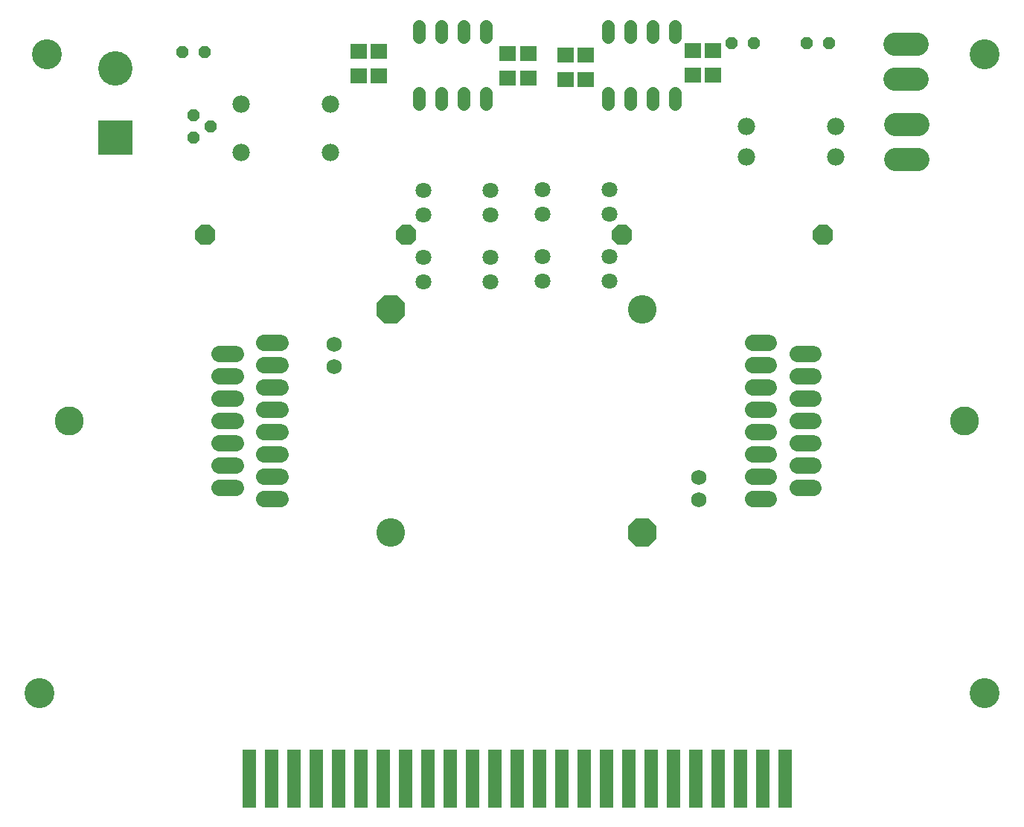
<source format=gbs>
G75*
G70*
%OFA0B0*%
%FSLAX24Y24*%
%IPPOS*%
%LPD*%
%AMOC8*
5,1,8,0,0,1.08239X$1,22.5*
%
%ADD10C,0.0749*%
%ADD11C,0.1044*%
%ADD12C,0.0709*%
%ADD13OC8,0.0560*%
%ADD14C,0.0780*%
%ADD15OC8,0.0900*%
%ADD16C,0.0690*%
%ADD17C,0.1280*%
%ADD18OC8,0.1280*%
%ADD19R,0.1540X0.1540*%
%ADD20C,0.1540*%
%ADD21C,0.1340*%
%ADD22R,0.0640X0.2590*%
%ADD23C,0.1300*%
%ADD24C,0.0560*%
%ADD25R,0.0749X0.0670*%
D10*
X012991Y016333D02*
X013700Y016333D01*
X013700Y017333D02*
X012991Y017333D01*
X012991Y018333D02*
X013700Y018333D01*
X013700Y019333D02*
X012991Y019333D01*
X012991Y020333D02*
X013700Y020333D01*
X013700Y021333D02*
X012991Y021333D01*
X012991Y022333D02*
X013700Y022333D01*
X013700Y023333D02*
X012991Y023333D01*
X011700Y022833D02*
X010991Y022833D01*
X010991Y021833D02*
X011700Y021833D01*
X011700Y020833D02*
X010991Y020833D01*
X010991Y019833D02*
X011700Y019833D01*
X011700Y018833D02*
X010991Y018833D01*
X010991Y017833D02*
X011700Y017833D01*
X011700Y016833D02*
X010991Y016833D01*
X034871Y017333D02*
X035580Y017333D01*
X035580Y016333D02*
X034871Y016333D01*
X036871Y016833D02*
X037580Y016833D01*
X037580Y017833D02*
X036871Y017833D01*
X036871Y018833D02*
X037580Y018833D01*
X037580Y019833D02*
X036871Y019833D01*
X036871Y020833D02*
X037580Y020833D01*
X037580Y021833D02*
X036871Y021833D01*
X036871Y022833D02*
X037580Y022833D01*
X035580Y023333D02*
X034871Y023333D01*
X034871Y022333D02*
X035580Y022333D01*
X035580Y021333D02*
X034871Y021333D01*
X034871Y020333D02*
X035580Y020333D01*
X035580Y019333D02*
X034871Y019333D01*
X034871Y018333D02*
X035580Y018333D01*
D11*
X041236Y031571D02*
X042240Y031571D01*
X042240Y033130D02*
X041236Y033130D01*
X041215Y035171D02*
X042219Y035171D01*
X042219Y036730D02*
X041215Y036730D01*
D12*
X028460Y030191D03*
X028460Y029091D03*
X028460Y027191D03*
X028460Y026091D03*
X025460Y026091D03*
X025460Y027191D03*
X025460Y029091D03*
X025460Y030191D03*
X023110Y030141D03*
X023110Y029041D03*
X023110Y027141D03*
X023110Y026041D03*
X020110Y026041D03*
X020110Y027141D03*
X020110Y029041D03*
X020110Y030141D03*
D13*
X010566Y033022D03*
X009816Y033522D03*
X009816Y032522D03*
X010316Y036368D03*
X009316Y036368D03*
X033922Y036762D03*
X034922Y036762D03*
X037269Y036762D03*
X038269Y036762D03*
D14*
X038588Y033022D03*
X038588Y031644D03*
X034588Y031644D03*
X034588Y033022D03*
X015950Y034006D03*
X015950Y031841D03*
X011950Y031841D03*
X011950Y034006D03*
D15*
X010360Y028141D03*
X019360Y028141D03*
X029010Y028141D03*
X038010Y028141D03*
D16*
X032460Y017291D03*
X032460Y016291D03*
X016110Y022241D03*
X016110Y023241D03*
D17*
X018660Y014833D03*
X029910Y024833D03*
D18*
X018660Y024833D03*
X029910Y014833D03*
D19*
X006325Y032515D03*
D20*
X006325Y035620D03*
D21*
X002910Y007628D03*
X003251Y036240D03*
X045249Y036240D03*
X045249Y007628D03*
D22*
X036304Y003800D03*
X035304Y003800D03*
X034304Y003800D03*
X033304Y003800D03*
X032304Y003800D03*
X031304Y003800D03*
X030304Y003800D03*
X029304Y003800D03*
X028304Y003800D03*
X027304Y003800D03*
X026304Y003800D03*
X025304Y003800D03*
X024304Y003800D03*
X023304Y003800D03*
X022304Y003800D03*
X021304Y003800D03*
X020304Y003800D03*
X019304Y003800D03*
X018304Y003800D03*
X017304Y003800D03*
X016304Y003800D03*
X015304Y003800D03*
X014304Y003800D03*
X013304Y003800D03*
X012304Y003800D03*
D23*
X004236Y019833D03*
X044335Y019833D03*
D24*
X031395Y034018D02*
X031395Y034538D01*
X030395Y034538D02*
X030395Y034018D01*
X029395Y034018D02*
X029395Y034538D01*
X028395Y034538D02*
X028395Y034018D01*
X028395Y037018D02*
X028395Y037538D01*
X029395Y037538D02*
X029395Y037018D01*
X030395Y037018D02*
X030395Y037538D01*
X031395Y037538D02*
X031395Y037018D01*
X022930Y037018D02*
X022930Y037538D01*
X021930Y037538D02*
X021930Y037018D01*
X020930Y037018D02*
X020930Y037538D01*
X019930Y037538D02*
X019930Y037018D01*
X019930Y034538D02*
X019930Y034018D01*
X020930Y034018D02*
X020930Y034538D01*
X021930Y034538D02*
X021930Y034018D01*
X022930Y034018D02*
X022930Y034538D01*
D25*
X023897Y035172D03*
X024806Y035172D03*
X024806Y036274D03*
X023897Y036274D03*
X026469Y036234D03*
X027379Y036234D03*
X027379Y035131D03*
X026469Y035131D03*
X032166Y035322D03*
X033076Y035322D03*
X033076Y036424D03*
X032166Y036424D03*
X018129Y036384D03*
X017219Y036384D03*
X017219Y035281D03*
X018129Y035281D03*
M02*

</source>
